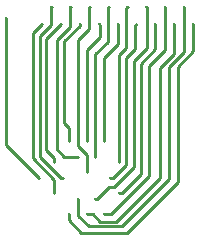
<source format=gbr>
%TF.GenerationSoftware,KiCad,Pcbnew,(7.0.0)*%
%TF.CreationDate,2023-04-19T09:29:54-05:00*%
%TF.ProjectId,Pixel.Cookie,50697865-6c2e-4436-9f6f-6b69652e6b69,rev?*%
%TF.SameCoordinates,Original*%
%TF.FileFunction,Copper,L2,Bot*%
%TF.FilePolarity,Positive*%
%FSLAX46Y46*%
G04 Gerber Fmt 4.6, Leading zero omitted, Abs format (unit mm)*
G04 Created by KiCad (PCBNEW (7.0.0)) date 2023-04-19 09:29:54*
%MOMM*%
%LPD*%
G01*
G04 APERTURE LIST*
%TA.AperFunction,ViaPad*%
%ADD10C,0.250000*%
%TD*%
%TA.AperFunction,Conductor*%
%ADD11C,0.250000*%
%TD*%
G04 APERTURE END LIST*
D10*
%TO.N,*%
X23380000Y-30084000D03*
X27702000Y-13795000D03*
X25254000Y-15295000D03*
X26030000Y-13815000D03*
X25380000Y-26986000D03*
X22630000Y-31383000D03*
X19660000Y-13830000D03*
X15830000Y-14770000D03*
X22056000Y-15295000D03*
X24504000Y-13795000D03*
X21130000Y-25187000D03*
X19880000Y-26986000D03*
X22905000Y-13795000D03*
X20630000Y-28285000D03*
X30900000Y-13795000D03*
X22630000Y-27785000D03*
X24130000Y-25187000D03*
X25380000Y-29584000D03*
X21130000Y-31383000D03*
X29301000Y-13795000D03*
X28452000Y-15295000D03*
X18858000Y-15295000D03*
X24130000Y-31383000D03*
X23655000Y-15295000D03*
X30051000Y-15295000D03*
X31650000Y-15295000D03*
X21880000Y-26486000D03*
X21880000Y-30084000D03*
X26785000Y-15330000D03*
X22630000Y-25187000D03*
X19880000Y-29584000D03*
X21235000Y-13815000D03*
X24630000Y-28285000D03*
X18630000Y-28285000D03*
X23380000Y-26486000D03*
X20390000Y-15335000D03*
%TD*%
D11*
%TO.N,*%
X25945000Y-18150000D02*
X26720000Y-17375000D01*
X28455000Y-15298000D02*
X28452000Y-15295000D01*
X26015000Y-32945000D02*
X30335000Y-28625000D01*
X25945000Y-27220000D02*
X25945000Y-18150000D01*
X29301000Y-17499000D02*
X29301000Y-13795000D01*
X25380000Y-29584000D02*
X25606000Y-29584000D01*
X22630000Y-17485000D02*
X23740000Y-16375000D01*
X25380000Y-26986000D02*
X25380000Y-17895000D01*
X24995000Y-29030000D02*
X26615000Y-27410000D01*
X27210000Y-27980000D02*
X27210000Y-18665000D01*
X18690000Y-16275000D02*
X19655000Y-15310000D01*
X19880000Y-29584000D02*
X19880000Y-28435000D01*
X24130000Y-18110000D02*
X25254000Y-16986000D01*
X27710000Y-17300000D02*
X27710000Y-13803000D01*
X23740000Y-16375000D02*
X23740000Y-15380000D01*
X18690000Y-26510000D02*
X18690000Y-16275000D01*
X23380000Y-26486000D02*
X23380000Y-17845000D01*
X21130000Y-31383000D02*
X21130000Y-31890000D01*
X19235000Y-16517000D02*
X20457000Y-15295000D01*
X25130000Y-32000000D02*
X28860000Y-28270000D01*
X27210000Y-18665000D02*
X28455000Y-17420000D01*
X15830000Y-25485000D02*
X18630000Y-28285000D01*
X26720000Y-15428000D02*
X26853000Y-15295000D01*
X23765000Y-32000000D02*
X25130000Y-32000000D01*
X22630000Y-26325000D02*
X21925000Y-25620000D01*
X19880000Y-26575000D02*
X19235000Y-25930000D01*
X19655000Y-13847000D02*
X19707000Y-13795000D01*
X19880000Y-26986000D02*
X19880000Y-26575000D01*
X23740000Y-15380000D02*
X23655000Y-15295000D01*
X28455000Y-17420000D02*
X28455000Y-15298000D01*
X23380000Y-30084000D02*
X23491000Y-30084000D01*
X27710000Y-13803000D02*
X27702000Y-13795000D01*
X21230000Y-15520000D02*
X21230000Y-13871000D01*
X26720000Y-17375000D02*
X26720000Y-15428000D01*
X30900000Y-17615000D02*
X30900000Y-13795000D01*
X24455000Y-13844000D02*
X24504000Y-13795000D01*
X25630000Y-32405000D02*
X29645000Y-28390000D01*
X21880000Y-31485000D02*
X22800000Y-32405000D01*
X31675000Y-15320000D02*
X31650000Y-15295000D01*
X18085000Y-16068000D02*
X18858000Y-15295000D01*
X22056000Y-15404000D02*
X22056000Y-15295000D01*
X18085000Y-26640000D02*
X18085000Y-16068000D01*
X27945000Y-28120000D02*
X27945000Y-18855000D01*
X19880000Y-28435000D02*
X18085000Y-26640000D01*
X23380000Y-17845000D02*
X24455000Y-16770000D01*
X26615000Y-18395000D02*
X27710000Y-17300000D01*
X28860000Y-18990000D02*
X30051000Y-17799000D01*
X25990000Y-13908000D02*
X26103000Y-13795000D01*
X22630000Y-27785000D02*
X22630000Y-26325000D01*
X20630000Y-28285000D02*
X20465000Y-28285000D01*
X31675000Y-17575000D02*
X31675000Y-15320000D01*
X24880000Y-28285000D02*
X25945000Y-27220000D01*
X28860000Y-28270000D02*
X28860000Y-18990000D01*
X22855000Y-13845000D02*
X22905000Y-13795000D01*
X20100000Y-16650000D02*
X21230000Y-15520000D01*
X26615000Y-27410000D02*
X26615000Y-18395000D01*
X24682000Y-31383000D02*
X27945000Y-28120000D01*
X25990000Y-17285000D02*
X25990000Y-13908000D01*
X21230000Y-13871000D02*
X21306000Y-13795000D01*
X25254000Y-16986000D02*
X25254000Y-15295000D01*
X30051000Y-17799000D02*
X30051000Y-15295000D01*
X21925000Y-25620000D02*
X21925000Y-16650000D01*
X30335000Y-28625000D02*
X30335000Y-18915000D01*
X21130000Y-31890000D02*
X22185000Y-32945000D01*
X29645000Y-18870000D02*
X30900000Y-17615000D01*
X23148000Y-31383000D02*
X23765000Y-32000000D01*
X15830000Y-14770000D02*
X15830000Y-25485000D01*
X20740000Y-16720000D02*
X22056000Y-15404000D01*
X20465000Y-28285000D02*
X18690000Y-26510000D01*
X22800000Y-32405000D02*
X25630000Y-32405000D01*
X24130000Y-31383000D02*
X24682000Y-31383000D01*
X20721000Y-26486000D02*
X20100000Y-25865000D01*
X20100000Y-25865000D02*
X20100000Y-16650000D01*
X30335000Y-18915000D02*
X31675000Y-17575000D01*
X21130000Y-24050000D02*
X20740000Y-23660000D01*
X20740000Y-23660000D02*
X20740000Y-16720000D01*
X22630000Y-25187000D02*
X22630000Y-17485000D01*
X24630000Y-28285000D02*
X24880000Y-28285000D01*
X19235000Y-25930000D02*
X19235000Y-16517000D01*
X22630000Y-31383000D02*
X23148000Y-31383000D01*
X22185000Y-32945000D02*
X26015000Y-32945000D01*
X24545000Y-29030000D02*
X24995000Y-29030000D01*
X25380000Y-17895000D02*
X25990000Y-17285000D01*
X24455000Y-16770000D02*
X24455000Y-13844000D01*
X23491000Y-30084000D02*
X24545000Y-29030000D01*
X19655000Y-15310000D02*
X19655000Y-13847000D01*
X21880000Y-30084000D02*
X21880000Y-31485000D01*
X25606000Y-29584000D02*
X27210000Y-27980000D01*
X24130000Y-25187000D02*
X24130000Y-18110000D01*
X21130000Y-25187000D02*
X21130000Y-24050000D01*
X27945000Y-18855000D02*
X29301000Y-17499000D01*
X21880000Y-26486000D02*
X20721000Y-26486000D01*
X21925000Y-16650000D02*
X22855000Y-15720000D01*
X22855000Y-15720000D02*
X22855000Y-13845000D01*
X29645000Y-28390000D02*
X29645000Y-18870000D01*
%TD*%
M02*

</source>
